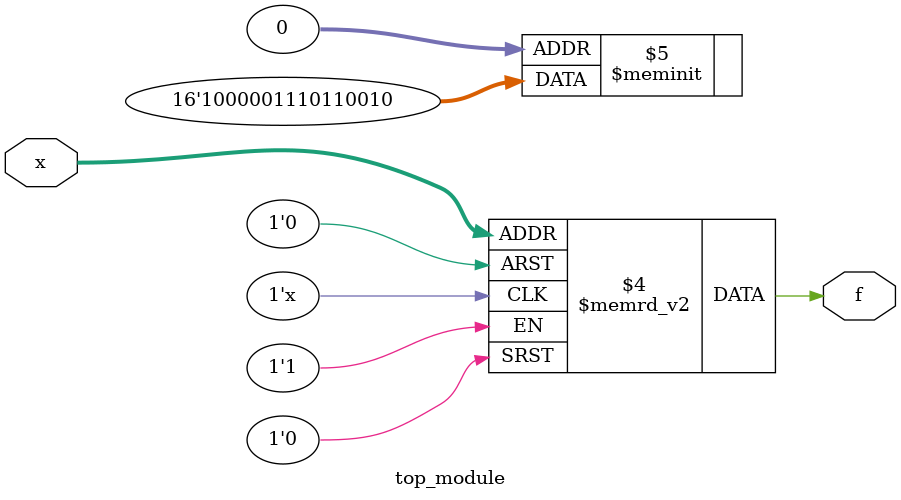
<source format=sv>
module top_module (
	input [4:1] x,
	output logic f
);

always_comb begin
	case (x)
		4'b0001: f = 1;
		4'b0010: f = 0;
		4'b0011: f = 0;
		4'b0100: f = 1;
		4'b0101: f = 1;
		4'b0110: f = 0;
		4'b0111: f = 1;
		4'b1000: f = 1;
		4'b1001: f = 1;
		4'b1010: f = 0;
		4'b1011: f = 0;
		4'b1100: f = 0;
		4'b1101: f = 0;
		4'b1110: f = 0;
		4'b1111: f = 1;
		default: f = 0;
	endcase
end

endmodule

</source>
